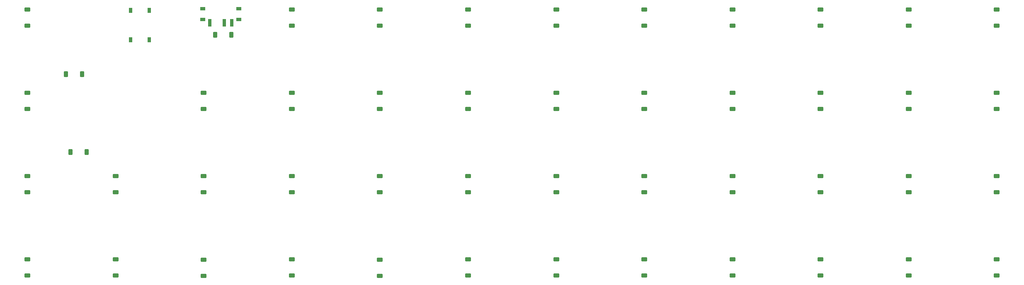
<source format=gbr>
%TF.GenerationSoftware,KiCad,Pcbnew,9.0.3-1.fc42*%
%TF.CreationDate,2025-08-27T16:10:00-04:00*%
%TF.ProjectId,48ish_soldered,34386973-685f-4736-9f6c-64657265642e,v1.0.0*%
%TF.SameCoordinates,Original*%
%TF.FileFunction,Paste,Bot*%
%TF.FilePolarity,Positive*%
%FSLAX46Y46*%
G04 Gerber Fmt 4.6, Leading zero omitted, Abs format (unit mm)*
G04 Created by KiCad (PCBNEW 9.0.3-1.fc42) date 2025-08-27 16:10:00*
%MOMM*%
%LPD*%
G01*
G04 APERTURE LIST*
G04 Aperture macros list*
%AMRoundRect*
0 Rectangle with rounded corners*
0 $1 Rounding radius*
0 $2 $3 $4 $5 $6 $7 $8 $9 X,Y pos of 4 corners*
0 Add a 4 corners polygon primitive as box body*
4,1,4,$2,$3,$4,$5,$6,$7,$8,$9,$2,$3,0*
0 Add four circle primitives for the rounded corners*
1,1,$1+$1,$2,$3*
1,1,$1+$1,$4,$5*
1,1,$1+$1,$6,$7*
1,1,$1+$1,$8,$9*
0 Add four rect primitives between the rounded corners*
20,1,$1+$1,$2,$3,$4,$5,0*
20,1,$1+$1,$4,$5,$6,$7,0*
20,1,$1+$1,$6,$7,$8,$9,0*
20,1,$1+$1,$8,$9,$2,$3,0*%
G04 Aperture macros list end*
%ADD10R,1.000000X0.800000*%
%ADD11R,0.700000X1.500000*%
%ADD12RoundRect,0.225000X-0.375000X0.225000X-0.375000X-0.225000X0.375000X-0.225000X0.375000X0.225000X0*%
%ADD13RoundRect,0.225000X0.225000X0.375000X-0.225000X0.375000X-0.225000X-0.375000X0.225000X-0.375000X0*%
%ADD14R,0.750000X1.000000*%
%ADD15RoundRect,0.225000X-0.225000X-0.375000X0.225000X-0.375000X0.225000X0.375000X-0.225000X0.375000X0*%
G04 APERTURE END LIST*
D10*
%TO.C,S1*%
X43350000Y75830000D03*
X43350000Y73620000D03*
X50650000Y75830000D03*
X50650000Y73620000D03*
D11*
X44750000Y72970000D03*
X47750000Y72970000D03*
X49250000Y72970000D03*
%TD*%
D12*
%TO.C,D21*%
X97500000Y24650000D03*
X97500000Y21350000D03*
%TD*%
%TO.C,D22*%
X97500000Y58650000D03*
X97500000Y55350000D03*
%TD*%
%TO.C,D43*%
X169500000Y75650000D03*
X169500000Y72350000D03*
%TD*%
D13*
%TO.C,D16*%
X49150000Y70500000D03*
X45850000Y70500000D03*
%TD*%
D12*
%TO.C,D5*%
X25500000Y24650000D03*
X25500000Y21350000D03*
%TD*%
%TO.C,D37*%
X187500000Y24650000D03*
X187500000Y21350000D03*
%TD*%
%TO.C,D26*%
X133500000Y24650000D03*
X133500000Y21350000D03*
%TD*%
%TO.C,D36*%
X151500000Y75650000D03*
X151500000Y72350000D03*
%TD*%
%TO.C,D4*%
X7500000Y75650000D03*
X7500000Y72350000D03*
%TD*%
D14*
%TO.C,S2*%
X28625000Y75500000D03*
X28625000Y69500000D03*
X32375000Y75500000D03*
X32375000Y69500000D03*
%TD*%
D12*
%TO.C,D19*%
X79500000Y41650000D03*
X79500000Y38350000D03*
%TD*%
%TO.C,D18*%
X79500000Y58650000D03*
X79500000Y55350000D03*
%TD*%
%TO.C,D14*%
X43500000Y41650000D03*
X43500000Y38350000D03*
%TD*%
%TO.C,D42*%
X187500000Y41650000D03*
X187500000Y38350000D03*
%TD*%
%TO.C,D28*%
X133500000Y41650000D03*
X133500000Y38350000D03*
%TD*%
%TO.C,D44*%
X187500000Y75650000D03*
X187500000Y72350000D03*
%TD*%
%TO.C,D40*%
X169500000Y41650000D03*
X169500000Y38350000D03*
%TD*%
D15*
%TO.C,D8*%
X15350000Y62500000D03*
X18650000Y62500000D03*
%TD*%
D12*
%TO.C,D17*%
X79500000Y24500000D03*
X79500000Y21200000D03*
%TD*%
%TO.C,D3*%
X7500000Y41650000D03*
X7500000Y38350000D03*
%TD*%
%TO.C,D32*%
X133500000Y75650000D03*
X133500000Y72350000D03*
%TD*%
%TO.C,D20*%
X79500000Y75650000D03*
X79500000Y72350000D03*
%TD*%
%TO.C,D48*%
X205500000Y75650000D03*
X205500000Y72350000D03*
%TD*%
%TO.C,D11*%
X43500000Y58650000D03*
X43500000Y55350000D03*
%TD*%
%TO.C,D35*%
X151500000Y58650000D03*
X151500000Y55350000D03*
%TD*%
%TO.C,D34*%
X151500000Y41650000D03*
X151500000Y38350000D03*
%TD*%
%TO.C,D2*%
X7500000Y58650000D03*
X7500000Y55350000D03*
%TD*%
%TO.C,D27*%
X115500000Y41650000D03*
X115500000Y38350000D03*
%TD*%
%TO.C,D23*%
X97500000Y41650000D03*
X97500000Y38350000D03*
%TD*%
D15*
%TO.C,D7*%
X16350000Y46500000D03*
X19650000Y46500000D03*
%TD*%
D12*
%TO.C,D10*%
X61500000Y24650000D03*
X61500000Y21350000D03*
%TD*%
%TO.C,D25*%
X115500000Y24650000D03*
X115500000Y21350000D03*
%TD*%
%TO.C,D6*%
X25500000Y41650000D03*
X25500000Y38350000D03*
%TD*%
%TO.C,D1*%
X7500000Y24650000D03*
X7500000Y21350000D03*
%TD*%
%TO.C,D46*%
X205500000Y41650000D03*
X205500000Y38350000D03*
%TD*%
%TO.C,D15*%
X61500000Y75650000D03*
X61500000Y72350000D03*
%TD*%
%TO.C,D39*%
X187500000Y58650000D03*
X187500000Y55350000D03*
%TD*%
%TO.C,D24*%
X97500000Y75650000D03*
X97500000Y72350000D03*
%TD*%
%TO.C,D41*%
X169500000Y58650000D03*
X169500000Y55350000D03*
%TD*%
%TO.C,D9*%
X43500000Y24500000D03*
X43500000Y21200000D03*
%TD*%
%TO.C,D30*%
X115500000Y58650000D03*
X115500000Y55350000D03*
%TD*%
%TO.C,D33*%
X151500000Y24650000D03*
X151500000Y21350000D03*
%TD*%
%TO.C,D45*%
X205500000Y24650000D03*
X205500000Y21350000D03*
%TD*%
%TO.C,D29*%
X133500000Y58650000D03*
X133500000Y55350000D03*
%TD*%
%TO.C,D13*%
X61500000Y58650000D03*
X61500000Y55350000D03*
%TD*%
%TO.C,D31*%
X115500000Y75650000D03*
X115500000Y72350000D03*
%TD*%
%TO.C,D47*%
X205500000Y58650000D03*
X205500000Y55350000D03*
%TD*%
%TO.C,D38*%
X169500000Y24650000D03*
X169500000Y21350000D03*
%TD*%
%TO.C,D12*%
X61500000Y41650000D03*
X61500000Y38350000D03*
%TD*%
M02*

</source>
